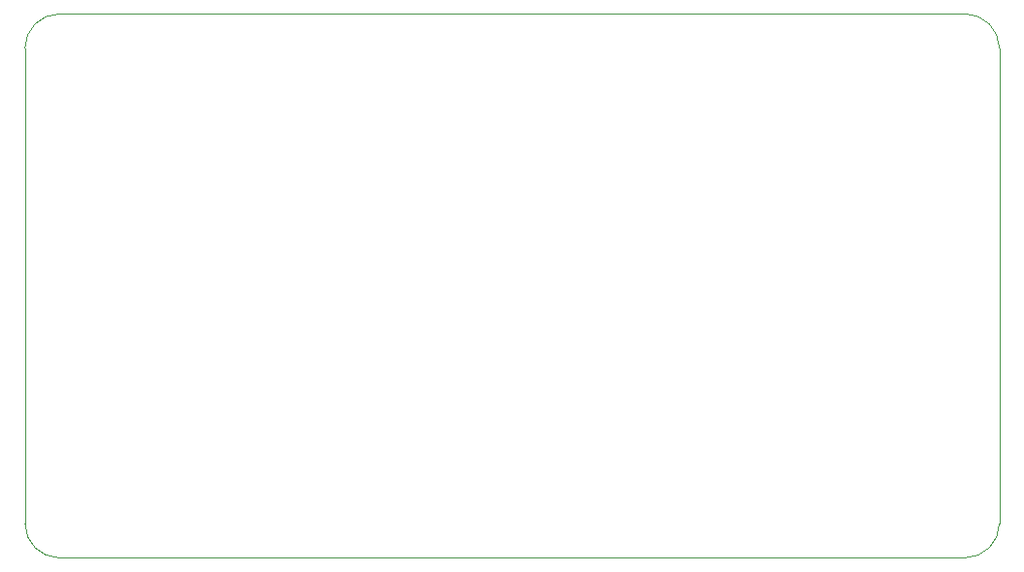
<source format=gm1>
%TF.GenerationSoftware,KiCad,Pcbnew,7.0.1*%
%TF.CreationDate,2023-07-29T01:53:36-07:00*%
%TF.ProjectId,FET_Amplifier_HW,4645545f-416d-4706-9c69-666965725f48,rev?*%
%TF.SameCoordinates,PX4b571c0PY5a995c0*%
%TF.FileFunction,Profile,NP*%
%FSLAX46Y46*%
G04 Gerber Fmt 4.6, Leading zero omitted, Abs format (unit mm)*
G04 Created by KiCad (PCBNEW 7.0.1) date 2023-07-29 01:53:36*
%MOMM*%
%LPD*%
G01*
G04 APERTURE LIST*
%TA.AperFunction,Profile*%
%ADD10C,0.100000*%
%TD*%
G04 APERTURE END LIST*
D10*
X85000000Y3000000D02*
X85000000Y44500000D01*
X85000000Y44500000D02*
G75*
G03*
X82000000Y47500000I-3000000J0D01*
G01*
X3000000Y0D02*
X82000000Y0D01*
X82000000Y0D02*
G75*
G03*
X85000000Y3000000I0J3000000D01*
G01*
X0Y44500000D02*
X0Y3000000D01*
X0Y3000000D02*
G75*
G03*
X3000000Y0I3000000J0D01*
G01*
X3000000Y47500000D02*
G75*
G03*
X0Y44500000I0J-3000000D01*
G01*
X3000000Y47500000D02*
X82000000Y47500000D01*
M02*

</source>
